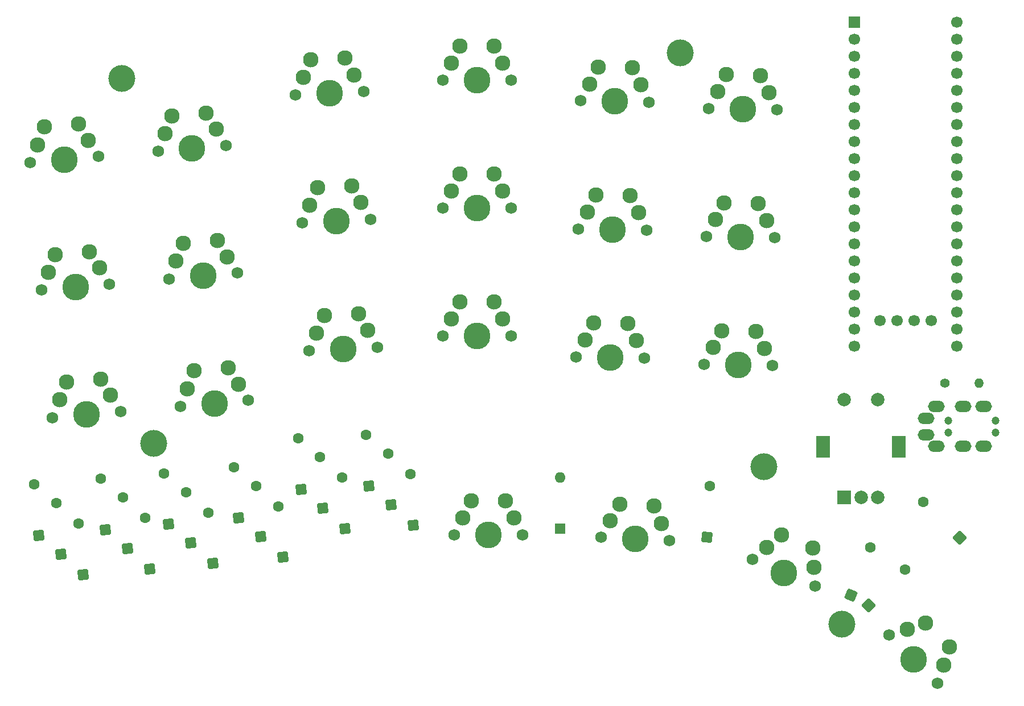
<source format=gts>
%TF.GenerationSoftware,KiCad,Pcbnew,6.0.0-rc1-unknown-db41769bb9~144~ubuntu20.04.1*%
%TF.CreationDate,2021-12-01T14:16:25+01:00*%
%TF.ProjectId,khada,6b686164-612e-46b6-9963-61645f706362,rev?*%
%TF.SameCoordinates,Original*%
%TF.FileFunction,Soldermask,Top*%
%TF.FilePolarity,Negative*%
%FSLAX46Y46*%
G04 Gerber Fmt 4.6, Leading zero omitted, Abs format (unit mm)*
G04 Created by KiCad (PCBNEW 6.0.0-rc1-unknown-db41769bb9~144~ubuntu20.04.1) date 2021-12-01 14:16:25*
%MOMM*%
%LPD*%
G01*
G04 APERTURE LIST*
G04 Aperture macros list*
%AMRoundRect*
0 Rectangle with rounded corners*
0 $1 Rounding radius*
0 $2 $3 $4 $5 $6 $7 $8 $9 X,Y pos of 4 corners*
0 Add a 4 corners polygon primitive as box body*
4,1,4,$2,$3,$4,$5,$6,$7,$8,$9,$2,$3,0*
0 Add four circle primitives for the rounded corners*
1,1,$1+$1,$2,$3*
1,1,$1+$1,$4,$5*
1,1,$1+$1,$6,$7*
1,1,$1+$1,$8,$9*
0 Add four rect primitives between the rounded corners*
20,1,$1+$1,$2,$3,$4,$5,0*
20,1,$1+$1,$4,$5,$6,$7,0*
20,1,$1+$1,$6,$7,$8,$9,0*
20,1,$1+$1,$8,$9,$2,$3,0*%
%AMHorizOval*
0 Thick line with rounded ends*
0 $1 width*
0 $2 $3 position (X,Y) of the first rounded end (center of the circle)*
0 $4 $5 position (X,Y) of the second rounded end (center of the circle)*
0 Add line between two ends*
20,1,$1,$2,$3,$4,$5,0*
0 Add two circle primitives to create the rounded ends*
1,1,$1,$2,$3*
1,1,$1,$4,$5*%
G04 Aperture macros list end*
%ADD10C,1.750000*%
%ADD11C,3.987800*%
%ADD12C,2.300000*%
%ADD13RoundRect,0.160000X0.693344X-0.581785X0.581785X0.693344X-0.693344X0.581785X-0.581785X-0.693344X0*%
%ADD14HorizOval,1.600000X0.000000X0.000000X0.000000X0.000000X0*%
%ADD15C,4.000000*%
%ADD16RoundRect,0.160000X0.905097X0.000000X0.000000X0.905097X-0.905097X0.000000X0.000000X-0.905097X0*%
%ADD17HorizOval,1.600000X0.000000X0.000000X0.000000X0.000000X0*%
%ADD18RoundRect,0.160000X0.353649X-0.833146X0.833146X0.353649X-0.353649X0.833146X-0.833146X-0.353649X0*%
%ADD19HorizOval,1.600000X0.000000X0.000000X0.000000X0.000000X0*%
%ADD20RoundRect,0.160000X0.672618X-0.605628X0.605628X0.672618X-0.672618X0.605628X-0.605628X-0.672618X0*%
%ADD21HorizOval,1.600000X0.000000X0.000000X0.000000X0.000000X0*%
%ADD22RoundRect,0.160000X0.640000X-0.640000X0.640000X0.640000X-0.640000X0.640000X-0.640000X-0.640000X0*%
%ADD23O,1.600000X1.600000*%
%ADD24C,1.400000*%
%ADD25O,1.400000X1.400000*%
%ADD26RoundRect,0.160000X0.605628X-0.672618X0.672618X0.605628X-0.605628X0.672618X-0.672618X-0.605628X0*%
%ADD27HorizOval,1.600000X0.000000X0.000000X0.000000X0.000000X0*%
%ADD28R,1.700000X1.700000*%
%ADD29C,1.700000*%
%ADD30RoundRect,0.160000X0.000000X-0.905097X0.905097X0.000000X0.000000X0.905097X-0.905097X0.000000X0*%
%ADD31HorizOval,1.600000X0.000000X0.000000X0.000000X0.000000X0*%
%ADD32C,1.200000*%
%ADD33O,2.500000X1.700000*%
%ADD34R,2.000000X2.000000*%
%ADD35C,2.000000*%
%ADD36R,2.000000X3.200000*%
G04 APERTURE END LIST*
D10*
%TO.C,SW6*%
X92208069Y-108142249D03*
D11*
X87147400Y-108585000D03*
D10*
X82086731Y-109027751D03*
D12*
X83130523Y-106386729D03*
X84174314Y-103745707D03*
X89234983Y-103302955D03*
X90721526Y-105722602D03*
%TD*%
D11*
%TO.C,SW8*%
X104299000Y-62373000D03*
D10*
X99225962Y-62638867D03*
X109372038Y-62107133D03*
D12*
X100361288Y-60035881D03*
X101496614Y-57432895D03*
X107970845Y-59637081D03*
X106569652Y-57167029D03*
%TD*%
D13*
%TO.C,D12*%
X90756063Y-125664702D03*
D14*
X90091937Y-118073698D03*
%TD*%
D13*
%TO.C,D4*%
X70944063Y-127391902D03*
D14*
X70279937Y-119800898D03*
%TD*%
D13*
%TO.C,D14*%
X97334663Y-131506702D03*
D14*
X96670537Y-123915698D03*
%TD*%
D13*
%TO.C,D6*%
X77548063Y-133233902D03*
D14*
X76883937Y-125642898D03*
%TD*%
D15*
%TO.C,H3*%
X78105000Y-114554000D03*
%TD*%
D11*
%TO.C,SW1*%
X64830000Y-72263000D03*
D10*
X59769331Y-72705751D03*
X69890669Y-71820249D03*
D12*
X60813123Y-70064729D03*
X61856914Y-67423707D03*
X66917583Y-66980955D03*
X68404126Y-69400602D03*
%TD*%
D15*
%TO.C,H5*%
X180467000Y-141478000D03*
%TD*%
%TO.C,H2*%
X156464000Y-56388000D03*
%TD*%
D16*
%TO.C,D23*%
X198020077Y-128627277D03*
D17*
X192631923Y-123239123D03*
%TD*%
D13*
%TO.C,D8*%
X80342063Y-126579102D03*
D14*
X79677937Y-118988098D03*
%TD*%
D18*
%TO.C,D15*%
X181833749Y-137136570D03*
D19*
X184688251Y-130071430D03*
%TD*%
D10*
%TO.C,SW14*%
X121158000Y-98552000D03*
X131318000Y-98552000D03*
D11*
X126238000Y-98552000D03*
D12*
X123698000Y-93472000D03*
X122428000Y-96012000D03*
X130048000Y-96012000D03*
X128778000Y-93472000D03*
%TD*%
D20*
%TO.C,D20*%
X110126800Y-120873379D03*
D21*
X109728000Y-113263821D03*
%TD*%
D13*
%TO.C,D13*%
X94058063Y-128458702D03*
D14*
X93393937Y-120867698D03*
%TD*%
D10*
%TO.C,SW15*%
X167154835Y-131846009D03*
X176507165Y-135815837D03*
D11*
X171831000Y-133830923D03*
D12*
X171477832Y-128162301D03*
X169316334Y-130004155D03*
X176153996Y-130147215D03*
X176330581Y-132981526D03*
%TD*%
D20*
%TO.C,D22*%
X116719400Y-126714779D03*
D21*
X116320600Y-119105221D03*
%TD*%
D11*
%TO.C,SW9*%
X105299000Y-81415000D03*
D10*
X100225962Y-81680867D03*
X110372038Y-81149133D03*
D12*
X102496614Y-76474895D03*
X101361288Y-79077881D03*
X107569652Y-76209029D03*
X108970845Y-78679081D03*
%TD*%
D22*
%TO.C,D7*%
X138557000Y-127254000D03*
D23*
X138557000Y-119634000D03*
%TD*%
D11*
%TO.C,SW18*%
X146050000Y-101727000D03*
D10*
X140970774Y-101638342D03*
X151129226Y-101815658D03*
D12*
X142284909Y-99120893D03*
X143599045Y-96603445D03*
X148678271Y-96692103D03*
X149903749Y-99253881D03*
%TD*%
D10*
%TO.C,SW5*%
X80426731Y-90035751D03*
D11*
X85487400Y-89593000D03*
D10*
X90548069Y-89150249D03*
D12*
X82514314Y-84753707D03*
X81470523Y-87394729D03*
X87574983Y-84310955D03*
X89061526Y-86730602D03*
%TD*%
D10*
%TO.C,SW11*%
X154806038Y-129043867D03*
X144659962Y-128512133D03*
D11*
X149733000Y-128778000D03*
D12*
X146061155Y-126042081D03*
X147462348Y-123572029D03*
X153670712Y-126440881D03*
X152535386Y-123837895D03*
%TD*%
D11*
%TO.C,SW22*%
X165105000Y-102870000D03*
D10*
X170184226Y-102958658D03*
X160025774Y-102781342D03*
D12*
X161339909Y-100263893D03*
X162654045Y-97746445D03*
X168958749Y-100396881D03*
X167733271Y-97835103D03*
%TD*%
D13*
%TO.C,D2*%
X64340063Y-131049502D03*
D14*
X63675937Y-123458498D03*
%TD*%
D10*
%TO.C,SW12*%
X121158000Y-60452000D03*
X131318000Y-60452000D03*
D11*
X126238000Y-60452000D03*
D12*
X122428000Y-57912000D03*
X123698000Y-55372000D03*
X130048000Y-57912000D03*
X128778000Y-55372000D03*
%TD*%
D24*
%TO.C,R1*%
X195834000Y-105537000D03*
D25*
X200914000Y-105537000D03*
%TD*%
D10*
%TO.C,SW13*%
X121158000Y-79502000D03*
X131318000Y-79502000D03*
D11*
X126238000Y-79502000D03*
D12*
X123698000Y-74422000D03*
X122428000Y-76962000D03*
X128778000Y-74422000D03*
X130048000Y-76962000D03*
%TD*%
D11*
%TO.C,SW20*%
X165765000Y-64756000D03*
D10*
X170844226Y-64844658D03*
X160685774Y-64667342D03*
D12*
X163314045Y-59632445D03*
X161999909Y-62149893D03*
X168393271Y-59721103D03*
X169618749Y-62282881D03*
%TD*%
D13*
%TO.C,D9*%
X83644063Y-129373102D03*
D14*
X82979937Y-121782098D03*
%TD*%
D10*
%TO.C,SW10*%
X101226674Y-100722867D03*
D11*
X106299712Y-100457000D03*
D10*
X111372750Y-100191133D03*
D12*
X102362000Y-98119881D03*
X103497326Y-95516895D03*
X109971557Y-97721081D03*
X108570364Y-95251029D03*
%TD*%
D26*
%TO.C,D11*%
X160455600Y-128491702D03*
D27*
X160854400Y-120882144D03*
%TD*%
D13*
%TO.C,D5*%
X74246063Y-130185902D03*
D14*
X73581937Y-122594898D03*
%TD*%
D13*
%TO.C,D1*%
X61038063Y-128255502D03*
D14*
X60373937Y-120664498D03*
%TD*%
D10*
%TO.C,SW2*%
X61429331Y-91697751D03*
D11*
X66490000Y-91255000D03*
D10*
X71550669Y-90812249D03*
D12*
X62473123Y-89056729D03*
X63516914Y-86415707D03*
X70064126Y-88392602D03*
X68577583Y-85972955D03*
%TD*%
D20*
%TO.C,D17*%
X103268800Y-124200779D03*
D21*
X102870000Y-116591221D03*
%TD*%
D15*
%TO.C,H4*%
X168910000Y-117983000D03*
%TD*%
D13*
%TO.C,D3*%
X67642063Y-134097502D03*
D14*
X66977937Y-126506498D03*
%TD*%
D20*
%TO.C,D16*%
X100021400Y-121401558D03*
D21*
X99622600Y-113792000D03*
%TD*%
D28*
%TO.C,U1*%
X182372000Y-51816000D03*
D29*
X182372000Y-54356000D03*
X182372000Y-56896000D03*
X182372000Y-59436000D03*
X182372000Y-61976000D03*
X182372000Y-64516000D03*
X182372000Y-67056000D03*
X182372000Y-69596000D03*
X182372000Y-72136000D03*
X182372000Y-74676000D03*
X182372000Y-77216000D03*
X182372000Y-79756000D03*
X182372000Y-82296000D03*
X182372000Y-84836000D03*
X182372000Y-87376000D03*
X182372000Y-89916000D03*
X182372000Y-92456000D03*
X182372000Y-94996000D03*
X182372000Y-97536000D03*
X182372000Y-100076000D03*
X197612000Y-100076000D03*
X197612000Y-97536000D03*
X197612000Y-94996000D03*
X197612000Y-92456000D03*
X197612000Y-89916000D03*
X197612000Y-87376000D03*
X197612000Y-84836000D03*
X197612000Y-82296000D03*
X197612000Y-79756000D03*
X197612000Y-77216000D03*
X197612000Y-74676000D03*
X197612000Y-72136000D03*
X197612000Y-69596000D03*
X197612000Y-67056000D03*
X197612000Y-64516000D03*
X197612000Y-61976000D03*
X197612000Y-59436000D03*
X197612000Y-56896000D03*
X197612000Y-54356000D03*
X197612000Y-51816000D03*
X193804000Y-96265000D03*
X191264000Y-96265000D03*
X188724000Y-96265000D03*
X186184000Y-96265000D03*
%TD*%
D11*
%TO.C,SW7*%
X127889000Y-128143000D03*
D10*
X122809000Y-128143000D03*
X132969000Y-128143000D03*
D12*
X125349000Y-123063000D03*
X124079000Y-125603000D03*
X131699000Y-125603000D03*
X130429000Y-123063000D03*
%TD*%
D10*
%TO.C,SW19*%
X194727102Y-150277102D03*
D11*
X191135000Y-146685000D03*
D10*
X187542898Y-143092898D03*
D12*
X190236974Y-142194872D03*
X192931051Y-141296846D03*
X195625128Y-147583026D03*
X196523154Y-144888949D03*
%TD*%
D11*
%TO.C,SW17*%
X146380200Y-82670000D03*
D10*
X141300974Y-82581342D03*
X151459426Y-82758658D03*
D12*
X142615109Y-80063893D03*
X143929245Y-77546445D03*
X150233949Y-80196881D03*
X149008471Y-77635103D03*
%TD*%
D13*
%TO.C,D10*%
X86946063Y-132421102D03*
D14*
X86281937Y-124830098D03*
%TD*%
D15*
%TO.C,H1*%
X73406000Y-60198000D03*
%TD*%
D10*
%TO.C,SW21*%
X160355774Y-83724342D03*
D11*
X165435000Y-83813000D03*
D10*
X170514226Y-83901658D03*
D12*
X162984045Y-78689445D03*
X161669909Y-81206893D03*
X169288749Y-81339881D03*
X168063271Y-78778103D03*
%TD*%
D11*
%TO.C,SW16*%
X146710200Y-63613000D03*
D10*
X141630974Y-63524342D03*
X151789426Y-63701658D03*
D12*
X142945109Y-61006893D03*
X144259245Y-58489445D03*
X150563949Y-61139881D03*
X149338471Y-58578103D03*
%TD*%
D30*
%TO.C,D19*%
X184503923Y-138711077D03*
D31*
X189892077Y-133322923D03*
%TD*%
D11*
%TO.C,SW4*%
X83827400Y-70601000D03*
D10*
X78766731Y-71043751D03*
X88888069Y-70158249D03*
D12*
X79810523Y-68402729D03*
X80854314Y-65761707D03*
X85914983Y-65318955D03*
X87401526Y-67738602D03*
%TD*%
D20*
%TO.C,D21*%
X113419400Y-123674779D03*
D21*
X113020600Y-116065221D03*
%TD*%
D10*
%TO.C,SW3*%
X63089331Y-110689751D03*
X73210669Y-109804249D03*
D11*
X68150000Y-110247000D03*
D12*
X64133123Y-108048729D03*
X65176914Y-105407707D03*
X71724126Y-107384602D03*
X70237583Y-104964955D03*
%TD*%
D32*
%TO.C,J1*%
X203351000Y-111153000D03*
X196351000Y-111153000D03*
X196351000Y-112903000D03*
X203351000Y-112903000D03*
D33*
X193051000Y-113253000D03*
X193051000Y-110803000D03*
X201551000Y-109053000D03*
X201551000Y-115003000D03*
X198551000Y-109053000D03*
X198551000Y-115003000D03*
X194551000Y-115003000D03*
X194551000Y-109053000D03*
%TD*%
D20*
%TO.C,D18*%
X106570800Y-127248779D03*
D21*
X106172000Y-119639221D03*
%TD*%
D34*
%TO.C,SW23*%
X180837200Y-122562000D03*
D35*
X185837200Y-122562000D03*
X183337200Y-122562000D03*
D36*
X177737200Y-115062000D03*
X188937200Y-115062000D03*
D35*
X185837200Y-108062000D03*
X180837200Y-108062000D03*
%TD*%
M02*

</source>
